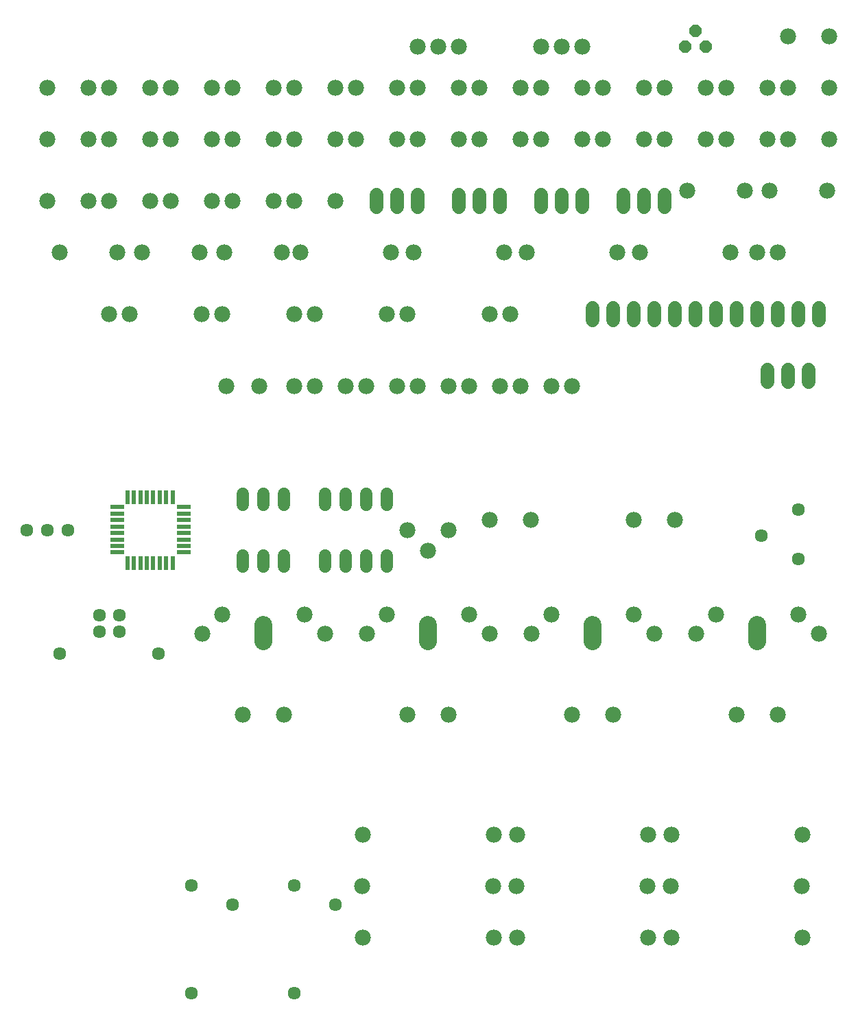
<source format=gts>
G75*
%MOIN*%
%OFA0B0*%
%FSLAX25Y25*%
%IPPOS*%
%LPD*%
%AMOC8*
5,1,8,0,0,1.08239X$1,22.5*
%
%ADD10C,0.07800*%
%ADD11C,0.06343*%
%ADD12C,0.08600*%
%ADD13C,0.06800*%
%ADD14OC8,0.06000*%
%ADD15C,0.06000*%
%ADD16R,0.02375X0.07099*%
%ADD17R,0.07099X0.02375*%
D10*
X0173848Y0078126D03*
X0174045Y0103126D03*
X0237825Y0103126D03*
X0249045Y0103126D03*
X0248848Y0078126D03*
X0237628Y0078126D03*
X0237825Y0053126D03*
X0249045Y0053126D03*
X0312825Y0053126D03*
X0324045Y0053126D03*
X0323848Y0078126D03*
X0312628Y0078126D03*
X0312825Y0103126D03*
X0324045Y0103126D03*
X0387825Y0103126D03*
X0387628Y0078126D03*
X0387825Y0053126D03*
X0174045Y0053126D03*
X0195935Y0161315D03*
X0215935Y0161315D03*
X0275935Y0161315D03*
X0295935Y0161315D03*
X0355935Y0161315D03*
X0375935Y0161315D03*
X0395935Y0200528D03*
X0385935Y0210134D03*
X0345935Y0210134D03*
X0336329Y0200528D03*
X0315935Y0200528D03*
X0305935Y0210134D03*
X0265935Y0210134D03*
X0256329Y0200528D03*
X0235935Y0200528D03*
X0225935Y0210134D03*
X0185935Y0210134D03*
X0176329Y0200528D03*
X0155935Y0200528D03*
X0145935Y0210134D03*
X0105935Y0210134D03*
X0096329Y0200528D03*
X0115935Y0161315D03*
X0135935Y0161315D03*
X0205935Y0241000D03*
X0195935Y0251000D03*
X0215935Y0251000D03*
X0235935Y0256000D03*
X0255935Y0256000D03*
X0305935Y0256000D03*
X0325935Y0256000D03*
X0275935Y0321000D03*
X0265935Y0321000D03*
X0250935Y0321000D03*
X0240935Y0321000D03*
X0225935Y0321000D03*
X0215935Y0321000D03*
X0200935Y0321000D03*
X0190935Y0321000D03*
X0175935Y0321000D03*
X0165935Y0321000D03*
X0150935Y0321000D03*
X0140935Y0321000D03*
X0123935Y0321000D03*
X0107935Y0321000D03*
X0105935Y0356000D03*
X0095935Y0356000D03*
X0060935Y0356000D03*
X0050935Y0356000D03*
X0054935Y0386000D03*
X0066935Y0386000D03*
X0094935Y0386000D03*
X0106935Y0386000D03*
X0134935Y0386000D03*
X0143935Y0386000D03*
X0187935Y0386000D03*
X0198935Y0386000D03*
X0242935Y0386000D03*
X0253935Y0386000D03*
X0297935Y0386000D03*
X0308935Y0386000D03*
X0352935Y0386000D03*
X0365935Y0386000D03*
X0375935Y0386000D03*
X0371935Y0416000D03*
X0359935Y0416000D03*
X0331935Y0416000D03*
X0340935Y0441000D03*
X0350935Y0441000D03*
X0370935Y0441000D03*
X0380935Y0441000D03*
X0400935Y0441000D03*
X0400935Y0466000D03*
X0380935Y0466000D03*
X0370935Y0466000D03*
X0350935Y0466000D03*
X0340935Y0466000D03*
X0320935Y0466000D03*
X0310935Y0466000D03*
X0290935Y0466000D03*
X0280935Y0466000D03*
X0260935Y0466000D03*
X0250935Y0466000D03*
X0230935Y0466000D03*
X0220935Y0466000D03*
X0200935Y0466000D03*
X0190935Y0466000D03*
X0170935Y0466000D03*
X0160935Y0466000D03*
X0140935Y0466000D03*
X0130935Y0466000D03*
X0110935Y0466000D03*
X0100935Y0466000D03*
X0080935Y0466000D03*
X0070935Y0466000D03*
X0050935Y0466000D03*
X0040935Y0466000D03*
X0020935Y0466000D03*
X0020935Y0441000D03*
X0040935Y0441000D03*
X0050935Y0441000D03*
X0070935Y0441000D03*
X0080935Y0441000D03*
X0100935Y0441000D03*
X0110935Y0441000D03*
X0130935Y0441000D03*
X0140935Y0441000D03*
X0160935Y0441000D03*
X0170935Y0441000D03*
X0190935Y0441000D03*
X0200935Y0441000D03*
X0220935Y0441000D03*
X0230935Y0441000D03*
X0250935Y0441000D03*
X0260935Y0441000D03*
X0280935Y0441000D03*
X0290935Y0441000D03*
X0310935Y0441000D03*
X0320935Y0441000D03*
X0399935Y0416000D03*
X0280935Y0486000D03*
X0270935Y0486000D03*
X0260935Y0486000D03*
X0220935Y0486000D03*
X0210935Y0486000D03*
X0200935Y0486000D03*
X0160935Y0411000D03*
X0140935Y0411000D03*
X0130935Y0411000D03*
X0110935Y0411000D03*
X0100935Y0411000D03*
X0080935Y0411000D03*
X0070935Y0411000D03*
X0050935Y0411000D03*
X0040935Y0411000D03*
X0020935Y0411000D03*
X0026935Y0386000D03*
X0140935Y0356000D03*
X0150935Y0356000D03*
X0185935Y0356000D03*
X0195935Y0356000D03*
X0235935Y0356000D03*
X0245935Y0356000D03*
X0380935Y0491000D03*
X0400935Y0491000D03*
D11*
X0090935Y0026000D03*
X0140935Y0026000D03*
X0160935Y0069000D03*
X0140935Y0078400D03*
X0110935Y0069000D03*
X0090935Y0078400D03*
X0074935Y0191000D03*
X0055856Y0201669D03*
X0055856Y0209543D03*
X0046014Y0209543D03*
X0046014Y0201669D03*
X0026935Y0191000D03*
X0030935Y0251000D03*
X0020935Y0251000D03*
X0010935Y0251000D03*
X0367825Y0248236D03*
X0385935Y0237000D03*
X0385935Y0261000D03*
D12*
X0365935Y0204821D02*
X0365935Y0197021D01*
X0285935Y0197021D02*
X0285935Y0204821D01*
X0205935Y0204821D02*
X0205935Y0197021D01*
X0125935Y0197021D02*
X0125935Y0204821D01*
D13*
X0370935Y0323000D02*
X0370935Y0329000D01*
X0380935Y0329000D02*
X0380935Y0323000D01*
X0390935Y0323000D02*
X0390935Y0329000D01*
X0385935Y0353000D02*
X0385935Y0359000D01*
X0375935Y0359000D02*
X0375935Y0353000D01*
X0365935Y0353000D02*
X0365935Y0359000D01*
X0355935Y0359000D02*
X0355935Y0353000D01*
X0345935Y0353000D02*
X0345935Y0359000D01*
X0335935Y0359000D02*
X0335935Y0353000D01*
X0325935Y0353000D02*
X0325935Y0359000D01*
X0315935Y0359000D02*
X0315935Y0353000D01*
X0305935Y0353000D02*
X0305935Y0359000D01*
X0295935Y0359000D02*
X0295935Y0353000D01*
X0285935Y0353000D02*
X0285935Y0359000D01*
X0280935Y0408000D02*
X0280935Y0414000D01*
X0270935Y0414000D02*
X0270935Y0408000D01*
X0260935Y0408000D02*
X0260935Y0414000D01*
X0240935Y0414000D02*
X0240935Y0408000D01*
X0230935Y0408000D02*
X0230935Y0414000D01*
X0220935Y0414000D02*
X0220935Y0408000D01*
X0200935Y0408000D02*
X0200935Y0414000D01*
X0190935Y0414000D02*
X0190935Y0408000D01*
X0180935Y0408000D02*
X0180935Y0414000D01*
X0300935Y0414000D02*
X0300935Y0408000D01*
X0310935Y0408000D02*
X0310935Y0414000D01*
X0320935Y0414000D02*
X0320935Y0408000D01*
X0395935Y0359000D02*
X0395935Y0353000D01*
D14*
X0340935Y0486000D03*
X0330935Y0486000D03*
X0335935Y0493500D03*
D15*
X0185935Y0268600D02*
X0185935Y0263400D01*
X0175935Y0263400D02*
X0175935Y0268600D01*
X0165935Y0268600D02*
X0165935Y0263400D01*
X0155935Y0263400D02*
X0155935Y0268600D01*
X0135935Y0268600D02*
X0135935Y0263400D01*
X0125935Y0263400D02*
X0125935Y0268600D01*
X0115935Y0268600D02*
X0115935Y0263400D01*
X0115935Y0238600D02*
X0115935Y0233400D01*
X0125935Y0233400D02*
X0125935Y0238600D01*
X0135935Y0238600D02*
X0135935Y0233400D01*
X0155935Y0233400D02*
X0155935Y0238600D01*
X0165935Y0238600D02*
X0165935Y0233400D01*
X0175935Y0233400D02*
X0175935Y0238600D01*
X0185935Y0238600D02*
X0185935Y0233400D01*
D16*
X0081762Y0234858D03*
X0078612Y0234858D03*
X0075463Y0234858D03*
X0072313Y0234858D03*
X0069163Y0234858D03*
X0066014Y0234858D03*
X0062864Y0234858D03*
X0059715Y0234858D03*
X0059715Y0267142D03*
X0062864Y0267142D03*
X0066014Y0267142D03*
X0069163Y0267142D03*
X0072313Y0267142D03*
X0075463Y0267142D03*
X0078612Y0267142D03*
X0081762Y0267142D03*
D17*
X0087077Y0262220D03*
X0087077Y0259071D03*
X0087077Y0255921D03*
X0087077Y0252772D03*
X0087077Y0249622D03*
X0087077Y0246472D03*
X0087077Y0243323D03*
X0087077Y0240173D03*
X0054793Y0240173D03*
X0054793Y0243323D03*
X0054793Y0246472D03*
X0054793Y0249622D03*
X0054793Y0252772D03*
X0054793Y0255921D03*
X0054793Y0259071D03*
X0054793Y0262220D03*
M02*

</source>
